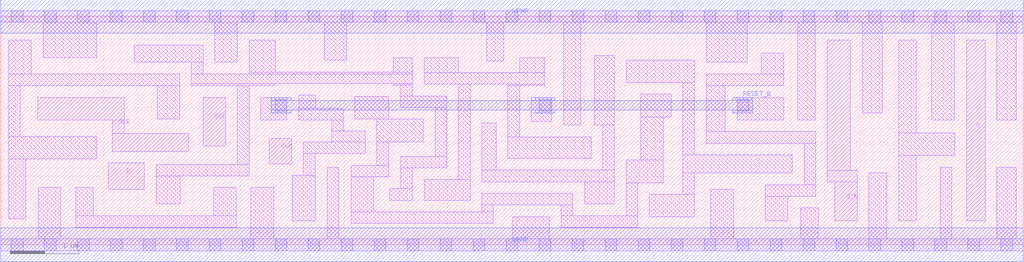
<source format=lef>
# Copyright 2020 The SkyWater PDK Authors
#
# Licensed under the Apache License, Version 2.0 (the "License");
# you may not use this file except in compliance with the License.
# You may obtain a copy of the License at
#
#     https://www.apache.org/licenses/LICENSE-2.0
#
# Unless required by applicable law or agreed to in writing, software
# distributed under the License is distributed on an "AS IS" BASIS,
# WITHOUT WARRANTIES OR CONDITIONS OF ANY KIND, either express or implied.
# See the License for the specific language governing permissions and
# limitations under the License.
#
# SPDX-License-Identifier: Apache-2.0

VERSION 5.7 ;
  NAMESCASESENSITIVE ON ;
  NOWIREEXTENSIONATPIN ON ;
  DIVIDERCHAR "/" ;
  BUSBITCHARS "[]" ;
UNITS
  DATABASE MICRONS 200 ;
END UNITS
MACRO sky130_fd_sc_hs__sdfrbp_2
  CLASS CORE ;
  SOURCE USER ;
  FOREIGN sky130_fd_sc_hs__sdfrbp_2 ;
  ORIGIN  0.000000  0.000000 ;
  SIZE  14.88000 BY  3.330000 ;
  SYMMETRY X Y R90 ;
  SITE unit ;
  PIN D
    ANTENNAGATEAREA  0.159000 ;
    DIRECTION INPUT ;
    USE SIGNAL ;
    PORT
      LAYER li1 ;
        RECT 1.565000 0.810000 2.090000 1.190000 ;
    END
  END D
  PIN Q
    ANTENNADIFFAREA  0.543200 ;
    DIRECTION OUTPUT ;
    USE SIGNAL ;
    PORT
      LAYER li1 ;
        RECT 14.055000 0.350000 14.325000 2.980000 ;
    END
  END Q
  PIN Q_N
    ANTENNADIFFAREA  0.543200 ;
    DIRECTION OUTPUT ;
    USE SIGNAL ;
    PORT
      LAYER li1 ;
        RECT 12.030000 0.915000 12.465000 1.085000 ;
        RECT 12.030000 1.085000 12.360000 2.980000 ;
        RECT 12.135000 0.350000 12.465000 0.915000 ;
    END
  END Q_N
  PIN RESET_B
    ANTENNAGATEAREA  0.411000 ;
    DIRECTION INPUT ;
    USE SIGNAL ;
    PORT
      LAYER met1 ;
        RECT  3.935000 1.920000  4.225000 1.965000 ;
        RECT  3.935000 1.965000 10.945000 2.105000 ;
        RECT  3.935000 2.105000  4.225000 2.150000 ;
        RECT  7.775000 1.920000  8.065000 1.965000 ;
        RECT  7.775000 2.105000  8.065000 2.150000 ;
        RECT 10.655000 1.920000 10.945000 1.965000 ;
        RECT 10.655000 2.105000 10.945000 2.150000 ;
    END
  END RESET_B
  PIN SCD
    ANTENNAGATEAREA  0.159000 ;
    DIRECTION INPUT ;
    USE SIGNAL ;
    PORT
      LAYER li1 ;
        RECT 2.945000 1.440000 3.275000 2.150000 ;
    END
  END SCD
  PIN SCE
    ANTENNAGATEAREA  0.318000 ;
    DIRECTION INPUT ;
    USE SIGNAL ;
    PORT
      LAYER li1 ;
        RECT 0.540000 1.820000 1.795000 2.150000 ;
        RECT 1.625000 1.360000 2.735000 1.620000 ;
        RECT 1.625000 1.620000 1.795000 1.820000 ;
    END
  END SCE
  PIN CLK
    ANTENNAGATEAREA  0.279000 ;
    DIRECTION INPUT ;
    USE CLOCK ;
    PORT
      LAYER li1 ;
        RECT 3.905000 1.180000 4.235000 1.550000 ;
    END
  END CLK
  PIN VGND
    DIRECTION INOUT ;
    USE GROUND ;
    PORT
      LAYER met1 ;
        RECT 0.000000 -0.245000 14.880000 0.245000 ;
    END
  END VGND
  PIN VPWR
    DIRECTION INOUT ;
    USE POWER ;
    PORT
      LAYER met1 ;
        RECT 0.000000 3.085000 14.880000 3.575000 ;
    END
  END VPWR
  OBS
    LAYER li1 ;
      RECT  0.000000 -0.085000 14.880000 0.085000 ;
      RECT  0.000000  3.245000 14.880000 3.415000 ;
      RECT  0.115000  0.375000  0.365000 1.250000 ;
      RECT  0.115000  1.250000  1.395000 1.580000 ;
      RECT  0.115000  1.580000  0.285000 2.320000 ;
      RECT  0.115000  2.320000  2.605000 2.490000 ;
      RECT  0.115000  2.490000  0.445000 2.980000 ;
      RECT  0.545000  0.085000  0.875000 0.835000 ;
      RECT  0.615000  2.730000  1.400000 3.245000 ;
      RECT  1.095000  0.255000  3.430000 0.425000 ;
      RECT  1.095000  0.425000  1.345000 0.835000 ;
      RECT  1.940000  2.660000  2.945000 2.910000 ;
      RECT  2.260000  0.595000  2.610000 1.005000 ;
      RECT  2.260000  1.005000  3.615000 1.175000 ;
      RECT  2.275000  1.830000  2.605000 2.320000 ;
      RECT  2.775000  2.320000  3.995000 2.350000 ;
      RECT  2.775000  2.350000  5.985000 2.490000 ;
      RECT  2.775000  2.490000  2.945000 2.660000 ;
      RECT  3.100000  0.425000  3.430000 0.835000 ;
      RECT  3.115000  2.660000  3.445000 3.245000 ;
      RECT  3.445000  1.175000  3.615000 2.320000 ;
      RECT  3.615000  2.490000  5.985000 2.520000 ;
      RECT  3.615000  2.520000  3.995000 2.980000 ;
      RECT  3.640000  0.085000  3.970000 0.835000 ;
      RECT  3.785000  1.820000  4.165000 2.150000 ;
      RECT  4.240000  0.350000  4.575000 1.010000 ;
      RECT  4.335000  1.820000  4.985000 1.990000 ;
      RECT  4.335000  1.990000  4.585000 2.180000 ;
      RECT  4.405000  1.010000  4.575000 1.330000 ;
      RECT  4.405000  1.330000  5.305000 1.500000 ;
      RECT  4.705000  2.690000  5.035000 3.245000 ;
      RECT  4.750000  0.085000  4.920000 1.130000 ;
      RECT  4.815000  1.500000  5.305000 1.660000 ;
      RECT  4.815000  1.660000  4.985000 1.820000 ;
      RECT  5.100000  0.310000  7.170000 0.480000 ;
      RECT  5.100000  0.480000  5.430000 0.990000 ;
      RECT  5.100000  0.990000  5.645000 1.160000 ;
      RECT  5.155000  1.830000  5.645000 2.160000 ;
      RECT  5.475000  1.160000  5.645000 1.500000 ;
      RECT  5.475000  1.500000  6.150000 1.830000 ;
      RECT  5.660000  0.650000  5.990000 0.820000 ;
      RECT  5.710000  2.330000  5.985000 2.350000 ;
      RECT  5.710000  2.520000  5.985000 2.725000 ;
      RECT  5.815000  2.000000  6.490000 2.170000 ;
      RECT  5.815000  2.170000  5.985000 2.330000 ;
      RECT  5.820000  0.820000  5.990000 1.120000 ;
      RECT  5.820000  1.120000  6.490000 1.290000 ;
      RECT  6.160000  0.650000  6.830000 0.950000 ;
      RECT  6.160000  2.340000  7.915000 2.510000 ;
      RECT  6.160000  2.510000  6.660000 2.725000 ;
      RECT  6.320000  1.290000  6.490000 2.000000 ;
      RECT  6.660000  0.950000  6.830000 2.340000 ;
      RECT  7.000000  0.480000  7.170000 0.580000 ;
      RECT  7.000000  0.580000  8.325000 0.750000 ;
      RECT  7.000000  0.920000  8.930000 1.090000 ;
      RECT  7.000000  1.090000  7.210000 1.775000 ;
      RECT  7.070000  2.680000  7.320000 3.245000 ;
      RECT  7.380000  1.260000  8.590000 1.575000 ;
      RECT  7.380000  1.575000  7.550000 2.320000 ;
      RECT  7.380000  2.320000  7.915000 2.340000 ;
      RECT  7.450000  0.085000  7.985000 0.410000 ;
      RECT  7.550000  2.510000  7.915000 2.725000 ;
      RECT  7.720000  1.795000  8.020000 2.150000 ;
      RECT  8.155000  0.255000  9.270000 0.425000 ;
      RECT  8.155000  0.425000  8.325000 0.580000 ;
      RECT  8.190000  1.745000  8.440000 3.245000 ;
      RECT  8.495000  0.595000  8.930000 0.920000 ;
      RECT  8.640000  1.745000  8.930000 2.755000 ;
      RECT  8.760000  1.090000  8.930000 1.745000 ;
      RECT  9.100000  0.425000  9.270000 0.905000 ;
      RECT  9.100000  0.905000  9.640000 1.235000 ;
      RECT  9.100000  2.365000 10.095000 2.695000 ;
      RECT  9.310000  1.235000  9.640000 1.865000 ;
      RECT  9.310000  1.865000  9.755000 2.195000 ;
      RECT  9.440000  0.405000 10.095000 0.735000 ;
      RECT  9.925000  0.735000 10.095000 1.045000 ;
      RECT  9.925000  1.045000 11.520000 1.310000 ;
      RECT  9.925000  1.310000 10.095000 2.365000 ;
      RECT 10.265000  1.480000 11.860000 1.650000 ;
      RECT 10.265000  1.650000 10.545000 2.320000 ;
      RECT 10.265000  2.320000 11.395000 2.490000 ;
      RECT 10.265000  2.660000 10.860000 3.245000 ;
      RECT 10.335000  0.085000 10.665000 0.810000 ;
      RECT 10.715000  1.820000 11.395000 2.150000 ;
      RECT 11.065000  2.490000 11.395000 2.795000 ;
      RECT 11.125000  0.350000 11.455000 0.705000 ;
      RECT 11.125000  0.705000 11.860000 0.875000 ;
      RECT 11.600000  1.820000 11.850000 3.245000 ;
      RECT 11.645000  0.085000 11.895000 0.535000 ;
      RECT 11.690000  0.875000 11.860000 1.480000 ;
      RECT 12.540000  1.920000 12.830000 3.245000 ;
      RECT 12.635000  0.085000 12.895000 1.050000 ;
      RECT 13.065000  0.350000 13.325000 1.300000 ;
      RECT 13.065000  1.300000 13.885000 1.630000 ;
      RECT 13.065000  1.630000 13.325000 2.980000 ;
      RECT 13.545000  1.820000 13.875000 3.245000 ;
      RECT 13.670000  0.085000 13.840000 1.130000 ;
      RECT 14.495000  0.085000 14.780000 1.130000 ;
      RECT 14.495000  1.820000 14.775000 3.245000 ;
    LAYER mcon ;
      RECT  0.155000 -0.085000  0.325000 0.085000 ;
      RECT  0.155000  3.245000  0.325000 3.415000 ;
      RECT  0.635000 -0.085000  0.805000 0.085000 ;
      RECT  0.635000  3.245000  0.805000 3.415000 ;
      RECT  1.115000 -0.085000  1.285000 0.085000 ;
      RECT  1.115000  3.245000  1.285000 3.415000 ;
      RECT  1.595000 -0.085000  1.765000 0.085000 ;
      RECT  1.595000  3.245000  1.765000 3.415000 ;
      RECT  2.075000 -0.085000  2.245000 0.085000 ;
      RECT  2.075000  3.245000  2.245000 3.415000 ;
      RECT  2.555000 -0.085000  2.725000 0.085000 ;
      RECT  2.555000  3.245000  2.725000 3.415000 ;
      RECT  3.035000 -0.085000  3.205000 0.085000 ;
      RECT  3.035000  3.245000  3.205000 3.415000 ;
      RECT  3.515000 -0.085000  3.685000 0.085000 ;
      RECT  3.515000  3.245000  3.685000 3.415000 ;
      RECT  3.995000 -0.085000  4.165000 0.085000 ;
      RECT  3.995000  1.950000  4.165000 2.120000 ;
      RECT  3.995000  3.245000  4.165000 3.415000 ;
      RECT  4.475000 -0.085000  4.645000 0.085000 ;
      RECT  4.475000  3.245000  4.645000 3.415000 ;
      RECT  4.955000 -0.085000  5.125000 0.085000 ;
      RECT  4.955000  3.245000  5.125000 3.415000 ;
      RECT  5.435000 -0.085000  5.605000 0.085000 ;
      RECT  5.435000  3.245000  5.605000 3.415000 ;
      RECT  5.915000 -0.085000  6.085000 0.085000 ;
      RECT  5.915000  3.245000  6.085000 3.415000 ;
      RECT  6.395000 -0.085000  6.565000 0.085000 ;
      RECT  6.395000  3.245000  6.565000 3.415000 ;
      RECT  6.875000 -0.085000  7.045000 0.085000 ;
      RECT  6.875000  3.245000  7.045000 3.415000 ;
      RECT  7.355000 -0.085000  7.525000 0.085000 ;
      RECT  7.355000  3.245000  7.525000 3.415000 ;
      RECT  7.835000 -0.085000  8.005000 0.085000 ;
      RECT  7.835000  1.950000  8.005000 2.120000 ;
      RECT  7.835000  3.245000  8.005000 3.415000 ;
      RECT  8.315000 -0.085000  8.485000 0.085000 ;
      RECT  8.315000  3.245000  8.485000 3.415000 ;
      RECT  8.795000 -0.085000  8.965000 0.085000 ;
      RECT  8.795000  3.245000  8.965000 3.415000 ;
      RECT  9.275000 -0.085000  9.445000 0.085000 ;
      RECT  9.275000  3.245000  9.445000 3.415000 ;
      RECT  9.755000 -0.085000  9.925000 0.085000 ;
      RECT  9.755000  3.245000  9.925000 3.415000 ;
      RECT 10.235000 -0.085000 10.405000 0.085000 ;
      RECT 10.235000  3.245000 10.405000 3.415000 ;
      RECT 10.715000 -0.085000 10.885000 0.085000 ;
      RECT 10.715000  1.950000 10.885000 2.120000 ;
      RECT 10.715000  3.245000 10.885000 3.415000 ;
      RECT 11.195000 -0.085000 11.365000 0.085000 ;
      RECT 11.195000  3.245000 11.365000 3.415000 ;
      RECT 11.675000 -0.085000 11.845000 0.085000 ;
      RECT 11.675000  3.245000 11.845000 3.415000 ;
      RECT 12.155000 -0.085000 12.325000 0.085000 ;
      RECT 12.155000  3.245000 12.325000 3.415000 ;
      RECT 12.635000 -0.085000 12.805000 0.085000 ;
      RECT 12.635000  3.245000 12.805000 3.415000 ;
      RECT 13.115000 -0.085000 13.285000 0.085000 ;
      RECT 13.115000  3.245000 13.285000 3.415000 ;
      RECT 13.595000 -0.085000 13.765000 0.085000 ;
      RECT 13.595000  3.245000 13.765000 3.415000 ;
      RECT 14.075000 -0.085000 14.245000 0.085000 ;
      RECT 14.075000  3.245000 14.245000 3.415000 ;
      RECT 14.555000 -0.085000 14.725000 0.085000 ;
      RECT 14.555000  3.245000 14.725000 3.415000 ;
  END
END sky130_fd_sc_hs__sdfrbp_2
END LIBRARY

</source>
